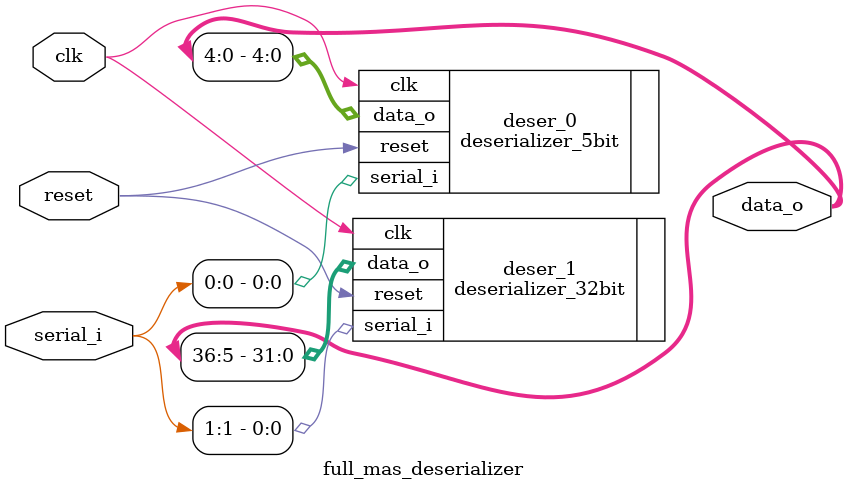
<source format=v>
`timescale 1ns / 1ps

    module full_mas_deserializer (
        input clk,
        input reset,
        input [1:0] serial_i,
        //output axi_lite_ready_o,
        output [36:0] data_o
     );
     
     // locals
//     assign axi_lite_ready_o = (strb == 8'b11111111) ? 1'b1: 
//                                                   1'b0;                                  
     
     deserializer_5bit deser_0 (
         .clk(clk),
         .reset(reset),
         .serial_i(serial_i[0]),
         .data_o(data_o[4:0])
     );
     
     deserializer_32bit deser_1 (
         .clk(clk),
         .reset(reset),
         .serial_i(serial_i[1]),
         .data_o(data_o[36:5])
     );
        
endmodule

</source>
